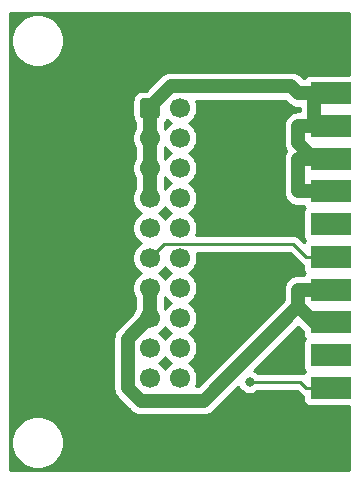
<source format=gbr>
%TF.GenerationSoftware,KiCad,Pcbnew,(5.1.9)-1*%
%TF.CreationDate,2021-07-27T13:58:59-04:00*%
%TF.ProjectId,Amiga2MacFloppy,416d6967-6132-44d6-9163-466c6f707079,1.0*%
%TF.SameCoordinates,Original*%
%TF.FileFunction,Copper,L1,Top*%
%TF.FilePolarity,Positive*%
%FSLAX46Y46*%
G04 Gerber Fmt 4.6, Leading zero omitted, Abs format (unit mm)*
G04 Created by KiCad (PCBNEW (5.1.9)-1) date 2021-07-27 13:58:59*
%MOMM*%
%LPD*%
G01*
G04 APERTURE LIST*
%TA.AperFunction,SMDPad,CuDef*%
%ADD10R,3.480000X1.846667*%
%TD*%
%TA.AperFunction,ComponentPad*%
%ADD11C,1.700000*%
%TD*%
%TA.AperFunction,ViaPad*%
%ADD12C,0.800000*%
%TD*%
%TA.AperFunction,Conductor*%
%ADD13C,1.200000*%
%TD*%
%TA.AperFunction,Conductor*%
%ADD14C,0.250000*%
%TD*%
%TA.AperFunction,NonConductor*%
%ADD15C,0.254000*%
%TD*%
%TA.AperFunction,NonConductor*%
%ADD16C,0.100000*%
%TD*%
G04 APERTURE END LIST*
D10*
%TO.P,J1 DB19F,1*%
%TO.N,GND*%
X158268000Y-95637000D03*
%TO.P,J1 DB19F,2*%
X158268000Y-98407000D03*
%TO.P,J1 DB19F,3*%
X158268000Y-101177000D03*
%TO.P,J1 DB19F,4*%
X158268000Y-103947000D03*
%TO.P,J1 DB19F,5*%
%TO.N,N/C*%
X158268000Y-106717000D03*
%TO.P,J1 DB19F,6*%
%TO.N,+5V*%
X158268000Y-109487000D03*
%TO.P,J1 DB19F,7*%
%TO.N,+12V*%
X158268000Y-112257000D03*
%TO.P,J1 DB19F,8*%
X158268000Y-115027000D03*
%TO.P,J1 DB19F,9*%
%TO.N,N/C*%
X158268000Y-117797000D03*
%TO.P,J1 DB19F,10*%
%TO.N,PWM*%
X158268000Y-120567000D03*
%TD*%
D11*
%TO.P,J2 IDC 2x10,20*%
%TO.N,PWM*%
X145508000Y-119753000D03*
%TO.P,J2 IDC 2x10,18*%
%TO.N,WR*%
X145508000Y-117213000D03*
%TO.P,J2 IDC 2x10,16*%
%TO.N,RD*%
X145508000Y-114673000D03*
%TO.P,J2 IDC 2x10,14*%
%TO.N,_ENABLE*%
X145508000Y-112133000D03*
%TO.P,J2 IDC 2x10,12*%
%TO.N,SEL*%
X145508000Y-109593000D03*
%TO.P,J2 IDC 2x10,10*%
%TO.N,_DKWE*%
X145508000Y-107053000D03*
%TO.P,J2 IDC 2x10,8*%
%TO.N,PH3*%
X145508000Y-104513000D03*
%TO.P,J2 IDC 2x10,6*%
%TO.N,PH2*%
X145508000Y-101973000D03*
%TO.P,J2 IDC 2x10,4*%
%TO.N,DIR*%
X145508000Y-99433000D03*
%TO.P,J2 IDC 2x10,2*%
%TO.N,PH0*%
X145508000Y-96893000D03*
%TO.P,J2 IDC 2x10,19*%
%TO.N,N/C*%
X142968000Y-119753000D03*
%TO.P,J2 IDC 2x10,17*%
X142968000Y-117213000D03*
%TO.P,J2 IDC 2x10,15*%
%TO.N,+12V*%
X142968000Y-114673000D03*
%TO.P,J2 IDC 2x10,13*%
X142968000Y-112133000D03*
%TO.P,J2 IDC 2x10,11*%
%TO.N,+5V*%
X142968000Y-109593000D03*
%TO.P,J2 IDC 2x10,9*%
%TO.N,N/C*%
X142968000Y-107053000D03*
%TO.P,J2 IDC 2x10,7*%
%TO.N,GND*%
X142968000Y-104513000D03*
%TO.P,J2 IDC 2x10,5*%
X142968000Y-101973000D03*
%TO.P,J2 IDC 2x10,3*%
X142968000Y-99433000D03*
%TO.P,J2 IDC 2x10,1*%
%TA.AperFunction,ComponentPad*%
G36*
G01*
X142118000Y-97493000D02*
X142118000Y-96293000D01*
G75*
G02*
X142368000Y-96043000I250000J0D01*
G01*
X143568000Y-96043000D01*
G75*
G02*
X143818000Y-96293000I0J-250000D01*
G01*
X143818000Y-97493000D01*
G75*
G02*
X143568000Y-97743000I-250000J0D01*
G01*
X142368000Y-97743000D01*
G75*
G02*
X142118000Y-97493000I0J250000D01*
G01*
G37*
%TD.AperFunction*%
%TD*%
D12*
%TO.N,PWM*%
X151401900Y-120072700D03*
%TD*%
D13*
%TO.N,GND*%
X142968000Y-101973000D02*
X142968000Y-104513000D01*
X142968000Y-99433000D02*
X142968000Y-101973000D01*
X156897900Y-95637000D02*
X155527700Y-95637000D01*
X158268000Y-95637000D02*
X156897900Y-95637000D01*
X156897900Y-98407000D02*
X155527700Y-98407000D01*
X158268000Y-98407000D02*
X156897900Y-98407000D01*
X156897900Y-98407000D02*
X156897900Y-95637000D01*
X156897900Y-101177000D02*
X155527700Y-99806800D01*
X155527700Y-99806800D02*
X155527700Y-98407000D01*
X156897900Y-101177000D02*
X155527700Y-101177000D01*
X158268000Y-101177000D02*
X156897900Y-101177000D01*
X158268000Y-103947000D02*
X155527700Y-103947000D01*
X155527700Y-103947000D02*
X155527700Y-101177000D01*
X142968000Y-96893000D02*
X142968000Y-96795700D01*
X142968000Y-96795700D02*
X144726200Y-95037500D01*
X144726200Y-95037500D02*
X154928200Y-95037500D01*
X154928200Y-95037500D02*
X155527700Y-95637000D01*
X142968000Y-99433000D02*
X142968000Y-96893000D01*
%TO.N,+12V*%
X142968000Y-114673000D02*
X142836700Y-114673000D01*
X142836700Y-114673000D02*
X141104100Y-116405600D01*
X141104100Y-116405600D02*
X141104100Y-120567800D01*
X141104100Y-120567800D02*
X142192800Y-121656500D01*
X142192800Y-121656500D02*
X147528000Y-121656500D01*
X147528000Y-121656500D02*
X155527700Y-113656800D01*
X142968000Y-112133000D02*
X142968000Y-114673000D01*
X155527700Y-113656800D02*
X155527700Y-112257000D01*
X156897900Y-115027000D02*
X155527700Y-113656800D01*
X158268000Y-112257000D02*
X155527700Y-112257000D01*
X158268000Y-115027000D02*
X156897900Y-115027000D01*
D14*
%TO.N,PWM*%
X158268000Y-120567000D02*
X156202700Y-120567000D01*
X151401900Y-120072700D02*
X155708400Y-120072700D01*
X155708400Y-120072700D02*
X156202700Y-120567000D01*
%TO.N,+5V*%
X158268000Y-109487000D02*
X156202700Y-109487000D01*
X142968000Y-109593000D02*
X144165300Y-108395700D01*
X144165300Y-108395700D02*
X155111400Y-108395700D01*
X155111400Y-108395700D02*
X156202700Y-109487000D01*
%TD*%
D15*
X159807760Y-94075595D02*
X156528000Y-94075595D01*
X156403518Y-94087855D01*
X156283820Y-94124165D01*
X156173506Y-94183130D01*
X156076815Y-94262482D01*
X155997463Y-94359173D01*
X155997102Y-94359849D01*
X155844379Y-94207126D01*
X155805702Y-94159998D01*
X155617649Y-94005667D01*
X155403101Y-93890989D01*
X155170302Y-93820370D01*
X154988865Y-93802500D01*
X154928200Y-93796525D01*
X154867535Y-93802500D01*
X144786862Y-93802500D01*
X144726199Y-93796525D01*
X144665536Y-93802500D01*
X144665535Y-93802500D01*
X144484098Y-93820370D01*
X144251299Y-93890989D01*
X144036751Y-94005667D01*
X143848698Y-94159998D01*
X143810026Y-94207120D01*
X142612219Y-95404928D01*
X142368000Y-95404928D01*
X142194746Y-95421992D01*
X142028150Y-95472528D01*
X141874614Y-95554595D01*
X141740038Y-95665038D01*
X141629595Y-95799614D01*
X141547528Y-95953150D01*
X141496992Y-96119746D01*
X141479928Y-96293000D01*
X141479928Y-97493000D01*
X141496992Y-97666254D01*
X141547528Y-97832850D01*
X141629595Y-97986386D01*
X141733001Y-98112387D01*
X141733000Y-98608378D01*
X141652010Y-98729589D01*
X141540068Y-98999842D01*
X141483000Y-99286740D01*
X141483000Y-99579260D01*
X141540068Y-99866158D01*
X141652010Y-100136411D01*
X141733000Y-100257622D01*
X141733001Y-101148378D01*
X141652010Y-101269589D01*
X141540068Y-101539842D01*
X141483000Y-101826740D01*
X141483000Y-102119260D01*
X141540068Y-102406158D01*
X141652010Y-102676411D01*
X141733000Y-102797622D01*
X141733001Y-103688378D01*
X141652010Y-103809589D01*
X141540068Y-104079842D01*
X141483000Y-104366740D01*
X141483000Y-104659260D01*
X141540068Y-104946158D01*
X141652010Y-105216411D01*
X141814525Y-105459632D01*
X142021368Y-105666475D01*
X142195760Y-105783000D01*
X142021368Y-105899525D01*
X141814525Y-106106368D01*
X141652010Y-106349589D01*
X141540068Y-106619842D01*
X141483000Y-106906740D01*
X141483000Y-107199260D01*
X141540068Y-107486158D01*
X141652010Y-107756411D01*
X141814525Y-107999632D01*
X142021368Y-108206475D01*
X142195760Y-108323000D01*
X142021368Y-108439525D01*
X141814525Y-108646368D01*
X141652010Y-108889589D01*
X141540068Y-109159842D01*
X141483000Y-109446740D01*
X141483000Y-109739260D01*
X141540068Y-110026158D01*
X141652010Y-110296411D01*
X141814525Y-110539632D01*
X142021368Y-110746475D01*
X142195760Y-110863000D01*
X142021368Y-110979525D01*
X141814525Y-111186368D01*
X141652010Y-111429589D01*
X141540068Y-111699842D01*
X141483000Y-111986740D01*
X141483000Y-112279260D01*
X141540068Y-112566158D01*
X141652010Y-112836411D01*
X141733000Y-112957622D01*
X141733001Y-113848378D01*
X141652010Y-113969589D01*
X141551922Y-114211225D01*
X140273725Y-115489422D01*
X140226598Y-115528098D01*
X140072267Y-115716152D01*
X139957589Y-115930700D01*
X139939907Y-115988990D01*
X139886970Y-116163498D01*
X139863125Y-116405600D01*
X139869100Y-116466265D01*
X139869101Y-120507125D01*
X139863125Y-120567800D01*
X139886970Y-120809902D01*
X139941574Y-120989905D01*
X139957590Y-121042701D01*
X140072268Y-121257249D01*
X140226599Y-121445302D01*
X140273721Y-121483974D01*
X141276626Y-122486880D01*
X141315298Y-122534002D01*
X141503351Y-122688333D01*
X141717899Y-122803011D01*
X141950698Y-122873630D01*
X142132135Y-122891500D01*
X142132136Y-122891500D01*
X142192799Y-122897475D01*
X142253462Y-122891500D01*
X147467335Y-122891500D01*
X147528000Y-122897475D01*
X147588665Y-122891500D01*
X147770102Y-122873630D01*
X148002901Y-122803011D01*
X148217449Y-122688333D01*
X148405502Y-122534002D01*
X148444179Y-122486874D01*
X150450544Y-120480509D01*
X150484695Y-120562956D01*
X150597963Y-120732474D01*
X150742126Y-120876637D01*
X150911644Y-120989905D01*
X151100002Y-121067926D01*
X151299961Y-121107700D01*
X151503839Y-121107700D01*
X151703798Y-121067926D01*
X151892156Y-120989905D01*
X152061674Y-120876637D01*
X152105611Y-120832700D01*
X155393599Y-120832700D01*
X155638896Y-121077997D01*
X155662699Y-121107001D01*
X155778424Y-121201974D01*
X155889928Y-121261575D01*
X155889928Y-121490333D01*
X155902188Y-121614815D01*
X155938498Y-121734513D01*
X155997463Y-121844827D01*
X156076815Y-121941518D01*
X156173506Y-122020870D01*
X156283820Y-122079835D01*
X156403518Y-122116145D01*
X156528000Y-122128405D01*
X159807761Y-122128405D01*
X159807761Y-127532960D01*
X131127760Y-127532960D01*
X131127760Y-124972872D01*
X131233000Y-124972872D01*
X131233000Y-125413128D01*
X131318890Y-125844925D01*
X131487369Y-126251669D01*
X131731962Y-126617729D01*
X132043271Y-126929038D01*
X132409331Y-127173631D01*
X132816075Y-127342110D01*
X133247872Y-127428000D01*
X133688128Y-127428000D01*
X134119925Y-127342110D01*
X134526669Y-127173631D01*
X134892729Y-126929038D01*
X135204038Y-126617729D01*
X135448631Y-126251669D01*
X135617110Y-125844925D01*
X135703000Y-125413128D01*
X135703000Y-124972872D01*
X135617110Y-124541075D01*
X135448631Y-124134331D01*
X135204038Y-123768271D01*
X134892729Y-123456962D01*
X134526669Y-123212369D01*
X134119925Y-123043890D01*
X133688128Y-122958000D01*
X133247872Y-122958000D01*
X132816075Y-123043890D01*
X132409331Y-123212369D01*
X132043271Y-123456962D01*
X131731962Y-123768271D01*
X131487369Y-124134331D01*
X131318890Y-124541075D01*
X131233000Y-124972872D01*
X131127760Y-124972872D01*
X131127760Y-90972872D01*
X131233000Y-90972872D01*
X131233000Y-91413128D01*
X131318890Y-91844925D01*
X131487369Y-92251669D01*
X131731962Y-92617729D01*
X132043271Y-92929038D01*
X132409331Y-93173631D01*
X132816075Y-93342110D01*
X133247872Y-93428000D01*
X133688128Y-93428000D01*
X134119925Y-93342110D01*
X134526669Y-93173631D01*
X134892729Y-92929038D01*
X135204038Y-92617729D01*
X135448631Y-92251669D01*
X135617110Y-91844925D01*
X135703000Y-91413128D01*
X135703000Y-90972872D01*
X135617110Y-90541075D01*
X135448631Y-90134331D01*
X135204038Y-89768271D01*
X134892729Y-89456962D01*
X134526669Y-89212369D01*
X134119925Y-89043890D01*
X133688128Y-88958000D01*
X133247872Y-88958000D01*
X132816075Y-89043890D01*
X132409331Y-89212369D01*
X132043271Y-89456962D01*
X131731962Y-89768271D01*
X131487369Y-90134331D01*
X131318890Y-90541075D01*
X131233000Y-90972872D01*
X131127760Y-90972872D01*
X131127760Y-88852960D01*
X159807760Y-88852960D01*
X159807760Y-94075595D01*
%TA.AperFunction,NonConductor*%
D16*
G36*
X159807760Y-94075595D02*
G01*
X156528000Y-94075595D01*
X156403518Y-94087855D01*
X156283820Y-94124165D01*
X156173506Y-94183130D01*
X156076815Y-94262482D01*
X155997463Y-94359173D01*
X155997102Y-94359849D01*
X155844379Y-94207126D01*
X155805702Y-94159998D01*
X155617649Y-94005667D01*
X155403101Y-93890989D01*
X155170302Y-93820370D01*
X154988865Y-93802500D01*
X154928200Y-93796525D01*
X154867535Y-93802500D01*
X144786862Y-93802500D01*
X144726199Y-93796525D01*
X144665536Y-93802500D01*
X144665535Y-93802500D01*
X144484098Y-93820370D01*
X144251299Y-93890989D01*
X144036751Y-94005667D01*
X143848698Y-94159998D01*
X143810026Y-94207120D01*
X142612219Y-95404928D01*
X142368000Y-95404928D01*
X142194746Y-95421992D01*
X142028150Y-95472528D01*
X141874614Y-95554595D01*
X141740038Y-95665038D01*
X141629595Y-95799614D01*
X141547528Y-95953150D01*
X141496992Y-96119746D01*
X141479928Y-96293000D01*
X141479928Y-97493000D01*
X141496992Y-97666254D01*
X141547528Y-97832850D01*
X141629595Y-97986386D01*
X141733001Y-98112387D01*
X141733000Y-98608378D01*
X141652010Y-98729589D01*
X141540068Y-98999842D01*
X141483000Y-99286740D01*
X141483000Y-99579260D01*
X141540068Y-99866158D01*
X141652010Y-100136411D01*
X141733000Y-100257622D01*
X141733001Y-101148378D01*
X141652010Y-101269589D01*
X141540068Y-101539842D01*
X141483000Y-101826740D01*
X141483000Y-102119260D01*
X141540068Y-102406158D01*
X141652010Y-102676411D01*
X141733000Y-102797622D01*
X141733001Y-103688378D01*
X141652010Y-103809589D01*
X141540068Y-104079842D01*
X141483000Y-104366740D01*
X141483000Y-104659260D01*
X141540068Y-104946158D01*
X141652010Y-105216411D01*
X141814525Y-105459632D01*
X142021368Y-105666475D01*
X142195760Y-105783000D01*
X142021368Y-105899525D01*
X141814525Y-106106368D01*
X141652010Y-106349589D01*
X141540068Y-106619842D01*
X141483000Y-106906740D01*
X141483000Y-107199260D01*
X141540068Y-107486158D01*
X141652010Y-107756411D01*
X141814525Y-107999632D01*
X142021368Y-108206475D01*
X142195760Y-108323000D01*
X142021368Y-108439525D01*
X141814525Y-108646368D01*
X141652010Y-108889589D01*
X141540068Y-109159842D01*
X141483000Y-109446740D01*
X141483000Y-109739260D01*
X141540068Y-110026158D01*
X141652010Y-110296411D01*
X141814525Y-110539632D01*
X142021368Y-110746475D01*
X142195760Y-110863000D01*
X142021368Y-110979525D01*
X141814525Y-111186368D01*
X141652010Y-111429589D01*
X141540068Y-111699842D01*
X141483000Y-111986740D01*
X141483000Y-112279260D01*
X141540068Y-112566158D01*
X141652010Y-112836411D01*
X141733000Y-112957622D01*
X141733001Y-113848378D01*
X141652010Y-113969589D01*
X141551922Y-114211225D01*
X140273725Y-115489422D01*
X140226598Y-115528098D01*
X140072267Y-115716152D01*
X139957589Y-115930700D01*
X139939907Y-115988990D01*
X139886970Y-116163498D01*
X139863125Y-116405600D01*
X139869100Y-116466265D01*
X139869101Y-120507125D01*
X139863125Y-120567800D01*
X139886970Y-120809902D01*
X139941574Y-120989905D01*
X139957590Y-121042701D01*
X140072268Y-121257249D01*
X140226599Y-121445302D01*
X140273721Y-121483974D01*
X141276626Y-122486880D01*
X141315298Y-122534002D01*
X141503351Y-122688333D01*
X141717899Y-122803011D01*
X141950698Y-122873630D01*
X142132135Y-122891500D01*
X142132136Y-122891500D01*
X142192799Y-122897475D01*
X142253462Y-122891500D01*
X147467335Y-122891500D01*
X147528000Y-122897475D01*
X147588665Y-122891500D01*
X147770102Y-122873630D01*
X148002901Y-122803011D01*
X148217449Y-122688333D01*
X148405502Y-122534002D01*
X148444179Y-122486874D01*
X150450544Y-120480509D01*
X150484695Y-120562956D01*
X150597963Y-120732474D01*
X150742126Y-120876637D01*
X150911644Y-120989905D01*
X151100002Y-121067926D01*
X151299961Y-121107700D01*
X151503839Y-121107700D01*
X151703798Y-121067926D01*
X151892156Y-120989905D01*
X152061674Y-120876637D01*
X152105611Y-120832700D01*
X155393599Y-120832700D01*
X155638896Y-121077997D01*
X155662699Y-121107001D01*
X155778424Y-121201974D01*
X155889928Y-121261575D01*
X155889928Y-121490333D01*
X155902188Y-121614815D01*
X155938498Y-121734513D01*
X155997463Y-121844827D01*
X156076815Y-121941518D01*
X156173506Y-122020870D01*
X156283820Y-122079835D01*
X156403518Y-122116145D01*
X156528000Y-122128405D01*
X159807761Y-122128405D01*
X159807761Y-127532960D01*
X131127760Y-127532960D01*
X131127760Y-124972872D01*
X131233000Y-124972872D01*
X131233000Y-125413128D01*
X131318890Y-125844925D01*
X131487369Y-126251669D01*
X131731962Y-126617729D01*
X132043271Y-126929038D01*
X132409331Y-127173631D01*
X132816075Y-127342110D01*
X133247872Y-127428000D01*
X133688128Y-127428000D01*
X134119925Y-127342110D01*
X134526669Y-127173631D01*
X134892729Y-126929038D01*
X135204038Y-126617729D01*
X135448631Y-126251669D01*
X135617110Y-125844925D01*
X135703000Y-125413128D01*
X135703000Y-124972872D01*
X135617110Y-124541075D01*
X135448631Y-124134331D01*
X135204038Y-123768271D01*
X134892729Y-123456962D01*
X134526669Y-123212369D01*
X134119925Y-123043890D01*
X133688128Y-122958000D01*
X133247872Y-122958000D01*
X132816075Y-123043890D01*
X132409331Y-123212369D01*
X132043271Y-123456962D01*
X131731962Y-123768271D01*
X131487369Y-124134331D01*
X131318890Y-124541075D01*
X131233000Y-124972872D01*
X131127760Y-124972872D01*
X131127760Y-90972872D01*
X131233000Y-90972872D01*
X131233000Y-91413128D01*
X131318890Y-91844925D01*
X131487369Y-92251669D01*
X131731962Y-92617729D01*
X132043271Y-92929038D01*
X132409331Y-93173631D01*
X132816075Y-93342110D01*
X133247872Y-93428000D01*
X133688128Y-93428000D01*
X134119925Y-93342110D01*
X134526669Y-93173631D01*
X134892729Y-92929038D01*
X135204038Y-92617729D01*
X135448631Y-92251669D01*
X135617110Y-91844925D01*
X135703000Y-91413128D01*
X135703000Y-90972872D01*
X135617110Y-90541075D01*
X135448631Y-90134331D01*
X135204038Y-89768271D01*
X134892729Y-89456962D01*
X134526669Y-89212369D01*
X134119925Y-89043890D01*
X133688128Y-88958000D01*
X133247872Y-88958000D01*
X132816075Y-89043890D01*
X132409331Y-89212369D01*
X132043271Y-89456962D01*
X131731962Y-89768271D01*
X131487369Y-90134331D01*
X131318890Y-90541075D01*
X131233000Y-90972872D01*
X131127760Y-90972872D01*
X131127760Y-88852960D01*
X159807760Y-88852960D01*
X159807760Y-94075595D01*
G37*
%TD.AperFunction*%
D15*
X155638901Y-109998003D02*
X155662699Y-110027001D01*
X155778424Y-110121974D01*
X155889928Y-110181575D01*
X155889928Y-110410333D01*
X155902188Y-110534815D01*
X155938498Y-110654513D01*
X155997463Y-110764827D01*
X156076815Y-110861518D01*
X156089587Y-110872000D01*
X156076815Y-110882482D01*
X155997463Y-110979173D01*
X155974571Y-111022000D01*
X155588365Y-111022000D01*
X155527700Y-111016025D01*
X155467035Y-111022000D01*
X155285598Y-111039870D01*
X155052799Y-111110489D01*
X154838251Y-111225167D01*
X154650198Y-111379498D01*
X154495867Y-111567551D01*
X154381189Y-111782099D01*
X154310570Y-112014898D01*
X154286725Y-112257000D01*
X154292700Y-112317665D01*
X154292700Y-113145246D01*
X147016447Y-120421500D01*
X146838451Y-120421500D01*
X146935932Y-120186158D01*
X146993000Y-119899260D01*
X146993000Y-119606740D01*
X146935932Y-119319842D01*
X146823990Y-119049589D01*
X146661475Y-118806368D01*
X146454632Y-118599525D01*
X146280240Y-118483000D01*
X146454632Y-118366475D01*
X146661475Y-118159632D01*
X146823990Y-117916411D01*
X146935932Y-117646158D01*
X146993000Y-117359260D01*
X146993000Y-117066740D01*
X146935932Y-116779842D01*
X146823990Y-116509589D01*
X146661475Y-116266368D01*
X146454632Y-116059525D01*
X146280240Y-115943000D01*
X146454632Y-115826475D01*
X146661475Y-115619632D01*
X146823990Y-115376411D01*
X146935932Y-115106158D01*
X146993000Y-114819260D01*
X146993000Y-114526740D01*
X146935932Y-114239842D01*
X146823990Y-113969589D01*
X146661475Y-113726368D01*
X146454632Y-113519525D01*
X146280240Y-113403000D01*
X146454632Y-113286475D01*
X146661475Y-113079632D01*
X146823990Y-112836411D01*
X146935932Y-112566158D01*
X146993000Y-112279260D01*
X146993000Y-111986740D01*
X146935932Y-111699842D01*
X146823990Y-111429589D01*
X146661475Y-111186368D01*
X146454632Y-110979525D01*
X146280240Y-110863000D01*
X146454632Y-110746475D01*
X146661475Y-110539632D01*
X146823990Y-110296411D01*
X146935932Y-110026158D01*
X146993000Y-109739260D01*
X146993000Y-109446740D01*
X146935932Y-109159842D01*
X146934216Y-109155700D01*
X154796599Y-109155700D01*
X155638901Y-109998003D01*
%TA.AperFunction,NonConductor*%
D16*
G36*
X155638901Y-109998003D02*
G01*
X155662699Y-110027001D01*
X155778424Y-110121974D01*
X155889928Y-110181575D01*
X155889928Y-110410333D01*
X155902188Y-110534815D01*
X155938498Y-110654513D01*
X155997463Y-110764827D01*
X156076815Y-110861518D01*
X156089587Y-110872000D01*
X156076815Y-110882482D01*
X155997463Y-110979173D01*
X155974571Y-111022000D01*
X155588365Y-111022000D01*
X155527700Y-111016025D01*
X155467035Y-111022000D01*
X155285598Y-111039870D01*
X155052799Y-111110489D01*
X154838251Y-111225167D01*
X154650198Y-111379498D01*
X154495867Y-111567551D01*
X154381189Y-111782099D01*
X154310570Y-112014898D01*
X154286725Y-112257000D01*
X154292700Y-112317665D01*
X154292700Y-113145246D01*
X147016447Y-120421500D01*
X146838451Y-120421500D01*
X146935932Y-120186158D01*
X146993000Y-119899260D01*
X146993000Y-119606740D01*
X146935932Y-119319842D01*
X146823990Y-119049589D01*
X146661475Y-118806368D01*
X146454632Y-118599525D01*
X146280240Y-118483000D01*
X146454632Y-118366475D01*
X146661475Y-118159632D01*
X146823990Y-117916411D01*
X146935932Y-117646158D01*
X146993000Y-117359260D01*
X146993000Y-117066740D01*
X146935932Y-116779842D01*
X146823990Y-116509589D01*
X146661475Y-116266368D01*
X146454632Y-116059525D01*
X146280240Y-115943000D01*
X146454632Y-115826475D01*
X146661475Y-115619632D01*
X146823990Y-115376411D01*
X146935932Y-115106158D01*
X146993000Y-114819260D01*
X146993000Y-114526740D01*
X146935932Y-114239842D01*
X146823990Y-113969589D01*
X146661475Y-113726368D01*
X146454632Y-113519525D01*
X146280240Y-113403000D01*
X146454632Y-113286475D01*
X146661475Y-113079632D01*
X146823990Y-112836411D01*
X146935932Y-112566158D01*
X146993000Y-112279260D01*
X146993000Y-111986740D01*
X146935932Y-111699842D01*
X146823990Y-111429589D01*
X146661475Y-111186368D01*
X146454632Y-110979525D01*
X146280240Y-110863000D01*
X146454632Y-110746475D01*
X146661475Y-110539632D01*
X146823990Y-110296411D01*
X146935932Y-110026158D01*
X146993000Y-109739260D01*
X146993000Y-109446740D01*
X146935932Y-109159842D01*
X146934216Y-109155700D01*
X154796599Y-109155700D01*
X155638901Y-109998003D01*
G37*
%TD.AperFunction*%
D15*
X155889928Y-115765582D02*
X155889928Y-115950333D01*
X155902188Y-116074815D01*
X155938498Y-116194513D01*
X155997463Y-116304827D01*
X156076815Y-116401518D01*
X156089587Y-116412000D01*
X156076815Y-116422482D01*
X155997463Y-116519173D01*
X155938498Y-116629487D01*
X155902188Y-116749185D01*
X155889928Y-116873667D01*
X155889928Y-118720333D01*
X155902188Y-118844815D01*
X155938498Y-118964513D01*
X155997463Y-119074827D01*
X156076815Y-119171518D01*
X156089587Y-119182000D01*
X156076815Y-119192482D01*
X155997463Y-119289173D01*
X155962040Y-119355443D01*
X155857386Y-119323697D01*
X155745733Y-119312700D01*
X155745722Y-119312700D01*
X155708400Y-119309024D01*
X155671078Y-119312700D01*
X152105611Y-119312700D01*
X152061674Y-119268763D01*
X151892156Y-119155495D01*
X151809709Y-119121344D01*
X155527700Y-115403354D01*
X155889928Y-115765582D01*
%TA.AperFunction,NonConductor*%
D16*
G36*
X155889928Y-115765582D02*
G01*
X155889928Y-115950333D01*
X155902188Y-116074815D01*
X155938498Y-116194513D01*
X155997463Y-116304827D01*
X156076815Y-116401518D01*
X156089587Y-116412000D01*
X156076815Y-116422482D01*
X155997463Y-116519173D01*
X155938498Y-116629487D01*
X155902188Y-116749185D01*
X155889928Y-116873667D01*
X155889928Y-118720333D01*
X155902188Y-118844815D01*
X155938498Y-118964513D01*
X155997463Y-119074827D01*
X156076815Y-119171518D01*
X156089587Y-119182000D01*
X156076815Y-119192482D01*
X155997463Y-119289173D01*
X155962040Y-119355443D01*
X155857386Y-119323697D01*
X155745733Y-119312700D01*
X155745722Y-119312700D01*
X155708400Y-119309024D01*
X155671078Y-119312700D01*
X152105611Y-119312700D01*
X152061674Y-119268763D01*
X151892156Y-119155495D01*
X151809709Y-119121344D01*
X155527700Y-115403354D01*
X155889928Y-115765582D01*
G37*
%TD.AperFunction*%
D15*
X144354525Y-118159632D02*
X144561368Y-118366475D01*
X144735760Y-118483000D01*
X144561368Y-118599525D01*
X144354525Y-118806368D01*
X144238000Y-118980760D01*
X144121475Y-118806368D01*
X143914632Y-118599525D01*
X143740240Y-118483000D01*
X143914632Y-118366475D01*
X144121475Y-118159632D01*
X144238000Y-117985240D01*
X144354525Y-118159632D01*
%TA.AperFunction,NonConductor*%
D16*
G36*
X144354525Y-118159632D02*
G01*
X144561368Y-118366475D01*
X144735760Y-118483000D01*
X144561368Y-118599525D01*
X144354525Y-118806368D01*
X144238000Y-118980760D01*
X144121475Y-118806368D01*
X143914632Y-118599525D01*
X143740240Y-118483000D01*
X143914632Y-118366475D01*
X144121475Y-118159632D01*
X144238000Y-117985240D01*
X144354525Y-118159632D01*
G37*
%TD.AperFunction*%
D15*
X144354525Y-115619632D02*
X144561368Y-115826475D01*
X144735760Y-115943000D01*
X144561368Y-116059525D01*
X144354525Y-116266368D01*
X144238000Y-116440760D01*
X144121475Y-116266368D01*
X143914632Y-116059525D01*
X143740240Y-115943000D01*
X143914632Y-115826475D01*
X144121475Y-115619632D01*
X144238000Y-115445240D01*
X144354525Y-115619632D01*
%TA.AperFunction,NonConductor*%
D16*
G36*
X144354525Y-115619632D02*
G01*
X144561368Y-115826475D01*
X144735760Y-115943000D01*
X144561368Y-116059525D01*
X144354525Y-116266368D01*
X144238000Y-116440760D01*
X144121475Y-116266368D01*
X143914632Y-116059525D01*
X143740240Y-115943000D01*
X143914632Y-115826475D01*
X144121475Y-115619632D01*
X144238000Y-115445240D01*
X144354525Y-115619632D01*
G37*
%TD.AperFunction*%
D15*
X144354525Y-113079632D02*
X144561368Y-113286475D01*
X144735760Y-113403000D01*
X144561368Y-113519525D01*
X144354525Y-113726368D01*
X144238000Y-113900760D01*
X144203000Y-113848379D01*
X144203000Y-112957621D01*
X144238000Y-112905240D01*
X144354525Y-113079632D01*
%TA.AperFunction,NonConductor*%
D16*
G36*
X144354525Y-113079632D02*
G01*
X144561368Y-113286475D01*
X144735760Y-113403000D01*
X144561368Y-113519525D01*
X144354525Y-113726368D01*
X144238000Y-113900760D01*
X144203000Y-113848379D01*
X144203000Y-112957621D01*
X144238000Y-112905240D01*
X144354525Y-113079632D01*
G37*
%TD.AperFunction*%
D15*
X144354525Y-110539632D02*
X144561368Y-110746475D01*
X144735760Y-110863000D01*
X144561368Y-110979525D01*
X144354525Y-111186368D01*
X144238000Y-111360760D01*
X144121475Y-111186368D01*
X143914632Y-110979525D01*
X143740240Y-110863000D01*
X143914632Y-110746475D01*
X144121475Y-110539632D01*
X144238000Y-110365240D01*
X144354525Y-110539632D01*
%TA.AperFunction,NonConductor*%
D16*
G36*
X144354525Y-110539632D02*
G01*
X144561368Y-110746475D01*
X144735760Y-110863000D01*
X144561368Y-110979525D01*
X144354525Y-111186368D01*
X144238000Y-111360760D01*
X144121475Y-111186368D01*
X143914632Y-110979525D01*
X143740240Y-110863000D01*
X143914632Y-110746475D01*
X144121475Y-110539632D01*
X144238000Y-110365240D01*
X144354525Y-110539632D01*
G37*
%TD.AperFunction*%
D15*
X154611521Y-96467374D02*
X154650198Y-96514502D01*
X154838251Y-96668833D01*
X155052799Y-96783511D01*
X155285597Y-96854130D01*
X155527699Y-96877975D01*
X155588364Y-96872000D01*
X155662901Y-96872000D01*
X155662900Y-97172000D01*
X155588365Y-97172000D01*
X155527700Y-97166025D01*
X155467035Y-97172000D01*
X155285598Y-97189870D01*
X155052799Y-97260489D01*
X154838251Y-97375167D01*
X154650198Y-97529498D01*
X154495867Y-97717551D01*
X154381189Y-97932099D01*
X154310570Y-98164898D01*
X154286725Y-98407000D01*
X154292700Y-98467664D01*
X154292700Y-99746135D01*
X154286725Y-99806800D01*
X154310570Y-100048902D01*
X154334924Y-100129185D01*
X154381189Y-100281700D01*
X154493543Y-100491899D01*
X154381189Y-100702099D01*
X154310570Y-100934898D01*
X154286725Y-101177000D01*
X154292701Y-101237675D01*
X154292700Y-103886334D01*
X154286725Y-103947000D01*
X154310570Y-104189102D01*
X154381189Y-104421901D01*
X154495867Y-104636449D01*
X154593243Y-104755102D01*
X154650198Y-104824502D01*
X154838251Y-104978833D01*
X155052799Y-105093511D01*
X155285598Y-105164130D01*
X155527700Y-105187975D01*
X155588365Y-105182000D01*
X155974571Y-105182000D01*
X155997463Y-105224827D01*
X156076815Y-105321518D01*
X156089587Y-105332000D01*
X156076815Y-105342482D01*
X155997463Y-105439173D01*
X155938498Y-105549487D01*
X155902188Y-105669185D01*
X155889928Y-105793667D01*
X155889928Y-107640333D01*
X155902188Y-107764815D01*
X155938498Y-107884513D01*
X155997463Y-107994827D01*
X156076815Y-108091518D01*
X156089587Y-108102000D01*
X156076815Y-108112482D01*
X155998460Y-108207958D01*
X155675204Y-107884702D01*
X155651401Y-107855699D01*
X155535676Y-107760726D01*
X155403647Y-107690154D01*
X155260386Y-107646697D01*
X155148733Y-107635700D01*
X155148722Y-107635700D01*
X155111400Y-107632024D01*
X155074078Y-107635700D01*
X146873990Y-107635700D01*
X146935932Y-107486158D01*
X146993000Y-107199260D01*
X146993000Y-106906740D01*
X146935932Y-106619842D01*
X146823990Y-106349589D01*
X146661475Y-106106368D01*
X146454632Y-105899525D01*
X146280240Y-105783000D01*
X146454632Y-105666475D01*
X146661475Y-105459632D01*
X146823990Y-105216411D01*
X146935932Y-104946158D01*
X146993000Y-104659260D01*
X146993000Y-104366740D01*
X146935932Y-104079842D01*
X146823990Y-103809589D01*
X146661475Y-103566368D01*
X146454632Y-103359525D01*
X146280240Y-103243000D01*
X146454632Y-103126475D01*
X146661475Y-102919632D01*
X146823990Y-102676411D01*
X146935932Y-102406158D01*
X146993000Y-102119260D01*
X146993000Y-101826740D01*
X146935932Y-101539842D01*
X146823990Y-101269589D01*
X146661475Y-101026368D01*
X146454632Y-100819525D01*
X146280240Y-100703000D01*
X146454632Y-100586475D01*
X146661475Y-100379632D01*
X146823990Y-100136411D01*
X146935932Y-99866158D01*
X146993000Y-99579260D01*
X146993000Y-99286740D01*
X146935932Y-98999842D01*
X146823990Y-98729589D01*
X146661475Y-98486368D01*
X146454632Y-98279525D01*
X146280240Y-98163000D01*
X146454632Y-98046475D01*
X146661475Y-97839632D01*
X146823990Y-97596411D01*
X146935932Y-97326158D01*
X146993000Y-97039260D01*
X146993000Y-96746740D01*
X146935932Y-96459842D01*
X146858333Y-96272500D01*
X154416647Y-96272500D01*
X154611521Y-96467374D01*
%TA.AperFunction,NonConductor*%
D16*
G36*
X154611521Y-96467374D02*
G01*
X154650198Y-96514502D01*
X154838251Y-96668833D01*
X155052799Y-96783511D01*
X155285597Y-96854130D01*
X155527699Y-96877975D01*
X155588364Y-96872000D01*
X155662901Y-96872000D01*
X155662900Y-97172000D01*
X155588365Y-97172000D01*
X155527700Y-97166025D01*
X155467035Y-97172000D01*
X155285598Y-97189870D01*
X155052799Y-97260489D01*
X154838251Y-97375167D01*
X154650198Y-97529498D01*
X154495867Y-97717551D01*
X154381189Y-97932099D01*
X154310570Y-98164898D01*
X154286725Y-98407000D01*
X154292700Y-98467664D01*
X154292700Y-99746135D01*
X154286725Y-99806800D01*
X154310570Y-100048902D01*
X154334924Y-100129185D01*
X154381189Y-100281700D01*
X154493543Y-100491899D01*
X154381189Y-100702099D01*
X154310570Y-100934898D01*
X154286725Y-101177000D01*
X154292701Y-101237675D01*
X154292700Y-103886334D01*
X154286725Y-103947000D01*
X154310570Y-104189102D01*
X154381189Y-104421901D01*
X154495867Y-104636449D01*
X154593243Y-104755102D01*
X154650198Y-104824502D01*
X154838251Y-104978833D01*
X155052799Y-105093511D01*
X155285598Y-105164130D01*
X155527700Y-105187975D01*
X155588365Y-105182000D01*
X155974571Y-105182000D01*
X155997463Y-105224827D01*
X156076815Y-105321518D01*
X156089587Y-105332000D01*
X156076815Y-105342482D01*
X155997463Y-105439173D01*
X155938498Y-105549487D01*
X155902188Y-105669185D01*
X155889928Y-105793667D01*
X155889928Y-107640333D01*
X155902188Y-107764815D01*
X155938498Y-107884513D01*
X155997463Y-107994827D01*
X156076815Y-108091518D01*
X156089587Y-108102000D01*
X156076815Y-108112482D01*
X155998460Y-108207958D01*
X155675204Y-107884702D01*
X155651401Y-107855699D01*
X155535676Y-107760726D01*
X155403647Y-107690154D01*
X155260386Y-107646697D01*
X155148733Y-107635700D01*
X155148722Y-107635700D01*
X155111400Y-107632024D01*
X155074078Y-107635700D01*
X146873990Y-107635700D01*
X146935932Y-107486158D01*
X146993000Y-107199260D01*
X146993000Y-106906740D01*
X146935932Y-106619842D01*
X146823990Y-106349589D01*
X146661475Y-106106368D01*
X146454632Y-105899525D01*
X146280240Y-105783000D01*
X146454632Y-105666475D01*
X146661475Y-105459632D01*
X146823990Y-105216411D01*
X146935932Y-104946158D01*
X146993000Y-104659260D01*
X146993000Y-104366740D01*
X146935932Y-104079842D01*
X146823990Y-103809589D01*
X146661475Y-103566368D01*
X146454632Y-103359525D01*
X146280240Y-103243000D01*
X146454632Y-103126475D01*
X146661475Y-102919632D01*
X146823990Y-102676411D01*
X146935932Y-102406158D01*
X146993000Y-102119260D01*
X146993000Y-101826740D01*
X146935932Y-101539842D01*
X146823990Y-101269589D01*
X146661475Y-101026368D01*
X146454632Y-100819525D01*
X146280240Y-100703000D01*
X146454632Y-100586475D01*
X146661475Y-100379632D01*
X146823990Y-100136411D01*
X146935932Y-99866158D01*
X146993000Y-99579260D01*
X146993000Y-99286740D01*
X146935932Y-98999842D01*
X146823990Y-98729589D01*
X146661475Y-98486368D01*
X146454632Y-98279525D01*
X146280240Y-98163000D01*
X146454632Y-98046475D01*
X146661475Y-97839632D01*
X146823990Y-97596411D01*
X146935932Y-97326158D01*
X146993000Y-97039260D01*
X146993000Y-96746740D01*
X146935932Y-96459842D01*
X146858333Y-96272500D01*
X154416647Y-96272500D01*
X154611521Y-96467374D01*
G37*
%TD.AperFunction*%
D15*
X144354525Y-105459632D02*
X144561368Y-105666475D01*
X144735760Y-105783000D01*
X144561368Y-105899525D01*
X144354525Y-106106368D01*
X144238000Y-106280760D01*
X144121475Y-106106368D01*
X143914632Y-105899525D01*
X143740240Y-105783000D01*
X143914632Y-105666475D01*
X144121475Y-105459632D01*
X144238000Y-105285240D01*
X144354525Y-105459632D01*
%TA.AperFunction,NonConductor*%
D16*
G36*
X144354525Y-105459632D02*
G01*
X144561368Y-105666475D01*
X144735760Y-105783000D01*
X144561368Y-105899525D01*
X144354525Y-106106368D01*
X144238000Y-106280760D01*
X144121475Y-106106368D01*
X143914632Y-105899525D01*
X143740240Y-105783000D01*
X143914632Y-105666475D01*
X144121475Y-105459632D01*
X144238000Y-105285240D01*
X144354525Y-105459632D01*
G37*
%TD.AperFunction*%
D15*
X144354525Y-102919632D02*
X144561368Y-103126475D01*
X144735760Y-103243000D01*
X144561368Y-103359525D01*
X144354525Y-103566368D01*
X144238000Y-103740760D01*
X144203000Y-103688379D01*
X144203000Y-102797621D01*
X144238000Y-102745240D01*
X144354525Y-102919632D01*
%TA.AperFunction,NonConductor*%
D16*
G36*
X144354525Y-102919632D02*
G01*
X144561368Y-103126475D01*
X144735760Y-103243000D01*
X144561368Y-103359525D01*
X144354525Y-103566368D01*
X144238000Y-103740760D01*
X144203000Y-103688379D01*
X144203000Y-102797621D01*
X144238000Y-102745240D01*
X144354525Y-102919632D01*
G37*
%TD.AperFunction*%
D15*
X144354525Y-100379632D02*
X144561368Y-100586475D01*
X144735760Y-100703000D01*
X144561368Y-100819525D01*
X144354525Y-101026368D01*
X144238000Y-101200760D01*
X144203000Y-101148379D01*
X144203000Y-100257621D01*
X144238000Y-100205240D01*
X144354525Y-100379632D01*
%TA.AperFunction,NonConductor*%
D16*
G36*
X144354525Y-100379632D02*
G01*
X144561368Y-100586475D01*
X144735760Y-100703000D01*
X144561368Y-100819525D01*
X144354525Y-101026368D01*
X144238000Y-101200760D01*
X144203000Y-101148379D01*
X144203000Y-100257621D01*
X144238000Y-100205240D01*
X144354525Y-100379632D01*
G37*
%TD.AperFunction*%
D15*
X144561368Y-98046475D02*
X144735760Y-98163000D01*
X144561368Y-98279525D01*
X144354525Y-98486368D01*
X144238000Y-98660760D01*
X144203000Y-98608379D01*
X144203000Y-98112386D01*
X144306405Y-97986386D01*
X144374285Y-97859392D01*
X144561368Y-98046475D01*
%TA.AperFunction,NonConductor*%
D16*
G36*
X144561368Y-98046475D02*
G01*
X144735760Y-98163000D01*
X144561368Y-98279525D01*
X144354525Y-98486368D01*
X144238000Y-98660760D01*
X144203000Y-98608379D01*
X144203000Y-98112386D01*
X144306405Y-97986386D01*
X144374285Y-97859392D01*
X144561368Y-98046475D01*
G37*
%TD.AperFunction*%
M02*

</source>
